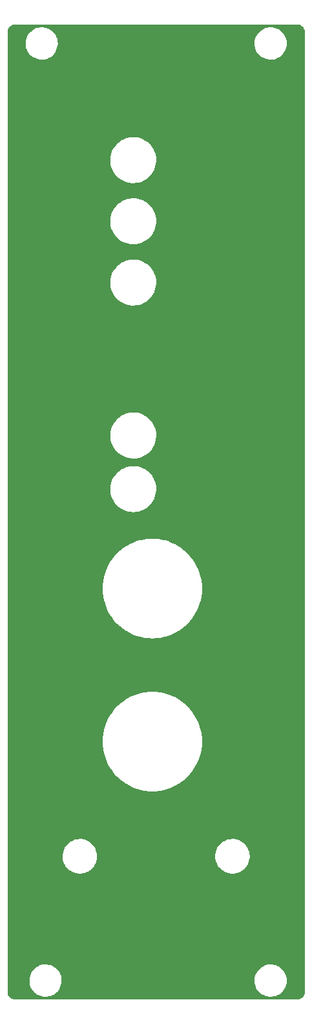
<source format=gbr>
%TF.GenerationSoftware,KiCad,Pcbnew,(5.99.0-9568-gb9d26a55f2)*%
%TF.CreationDate,2021-03-16T11:30:57+01:00*%
%TF.ProjectId,Powerboard 1 Front,506f7765-7262-46f6-9172-642031204672,rev?*%
%TF.SameCoordinates,Original*%
%TF.FileFunction,Copper,L1,Top*%
%TF.FilePolarity,Positive*%
%FSLAX46Y46*%
G04 Gerber Fmt 4.6, Leading zero omitted, Abs format (unit mm)*
G04 Created by KiCad (PCBNEW (5.99.0-9568-gb9d26a55f2)) date 2021-03-16 11:30:57*
%MOMM*%
%LPD*%
G01*
G04 APERTURE LIST*
G04 APERTURE END LIST*
%TA.AperFunction,NonConductor*%
G36*
X58498163Y-20508607D02*
G01*
X58674740Y-20525999D01*
X58698957Y-20530815D01*
X58862809Y-20580518D01*
X58885629Y-20589971D01*
X59036631Y-20670683D01*
X59057158Y-20684399D01*
X59189521Y-20793026D01*
X59206974Y-20810479D01*
X59315601Y-20942842D01*
X59329317Y-20963369D01*
X59356190Y-21013644D01*
X59410029Y-21114371D01*
X59419482Y-21137190D01*
X59469185Y-21301043D01*
X59474001Y-21325260D01*
X59485495Y-21441950D01*
X59491393Y-21501837D01*
X59492000Y-21514187D01*
X59492000Y-146985813D01*
X59491393Y-146998163D01*
X59475927Y-147155196D01*
X59474002Y-147174737D01*
X59469185Y-147198957D01*
X59465309Y-147211736D01*
X59419482Y-147362809D01*
X59410029Y-147385629D01*
X59329319Y-147536628D01*
X59315601Y-147557158D01*
X59206974Y-147689521D01*
X59189521Y-147706974D01*
X59057158Y-147815601D01*
X59036631Y-147829317D01*
X58944417Y-147878607D01*
X58885629Y-147910029D01*
X58862810Y-147919482D01*
X58698957Y-147969185D01*
X58674740Y-147974001D01*
X58498163Y-147991393D01*
X58485813Y-147992000D01*
X21514187Y-147992000D01*
X21501837Y-147991393D01*
X21325260Y-147974001D01*
X21301043Y-147969185D01*
X21137190Y-147919482D01*
X21114371Y-147910029D01*
X21055583Y-147878607D01*
X20963369Y-147829317D01*
X20942842Y-147815601D01*
X20810479Y-147706974D01*
X20793026Y-147689521D01*
X20684399Y-147557158D01*
X20670681Y-147536628D01*
X20589971Y-147385629D01*
X20580518Y-147362809D01*
X20534691Y-147211736D01*
X20530815Y-147198957D01*
X20525998Y-147174737D01*
X20524074Y-147155196D01*
X20508607Y-146998163D01*
X20508000Y-146985813D01*
X20508000Y-145477873D01*
X23387116Y-145477873D01*
X23394235Y-145601331D01*
X23403662Y-145764829D01*
X23458999Y-146046885D01*
X23460386Y-146050936D01*
X23460387Y-146050940D01*
X23550714Y-146314765D01*
X23550718Y-146314774D01*
X23552103Y-146318820D01*
X23681252Y-146575605D01*
X23683678Y-146579134D01*
X23683681Y-146579140D01*
X23841625Y-146808948D01*
X23844056Y-146812485D01*
X24037501Y-147025079D01*
X24123666Y-147097124D01*
X24254718Y-147206701D01*
X24254723Y-147206705D01*
X24258010Y-147209453D01*
X24314632Y-147244972D01*
X24497860Y-147359911D01*
X24497864Y-147359913D01*
X24501500Y-147362194D01*
X24568928Y-147392639D01*
X24759555Y-147478711D01*
X24759559Y-147478713D01*
X24763467Y-147480477D01*
X24767587Y-147481697D01*
X24767586Y-147481697D01*
X25034950Y-147560894D01*
X25034954Y-147560895D01*
X25039063Y-147562112D01*
X25043297Y-147562760D01*
X25043302Y-147562761D01*
X25318947Y-147604940D01*
X25318949Y-147604940D01*
X25323189Y-147605589D01*
X25469499Y-147607888D01*
X25606295Y-147610037D01*
X25606301Y-147610037D01*
X25610586Y-147610104D01*
X25895937Y-147575573D01*
X26173961Y-147502635D01*
X26177921Y-147500995D01*
X26177926Y-147500993D01*
X26306738Y-147447637D01*
X26439514Y-147392639D01*
X26687682Y-147247621D01*
X26913873Y-147070265D01*
X26957662Y-147025079D01*
X27110918Y-146866930D01*
X27113901Y-146863852D01*
X27116434Y-146860404D01*
X27116438Y-146860399D01*
X27281527Y-146635657D01*
X27284065Y-146632202D01*
X27316875Y-146571774D01*
X27419166Y-146383377D01*
X27419167Y-146383375D01*
X27421216Y-146379601D01*
X27522816Y-146110724D01*
X27586985Y-145830546D01*
X27597470Y-145713075D01*
X27612317Y-145546716D01*
X27612537Y-145544251D01*
X27613000Y-145500000D01*
X27611492Y-145477873D01*
X52887116Y-145477873D01*
X52894235Y-145601331D01*
X52903662Y-145764829D01*
X52958999Y-146046885D01*
X52960386Y-146050936D01*
X52960387Y-146050940D01*
X53050714Y-146314765D01*
X53050718Y-146314774D01*
X53052103Y-146318820D01*
X53181252Y-146575605D01*
X53183678Y-146579134D01*
X53183681Y-146579140D01*
X53341625Y-146808948D01*
X53344056Y-146812485D01*
X53537501Y-147025079D01*
X53623666Y-147097124D01*
X53754718Y-147206701D01*
X53754723Y-147206705D01*
X53758010Y-147209453D01*
X53814632Y-147244972D01*
X53997860Y-147359911D01*
X53997864Y-147359913D01*
X54001500Y-147362194D01*
X54068928Y-147392639D01*
X54259555Y-147478711D01*
X54259559Y-147478713D01*
X54263467Y-147480477D01*
X54267587Y-147481697D01*
X54267586Y-147481697D01*
X54534950Y-147560894D01*
X54534954Y-147560895D01*
X54539063Y-147562112D01*
X54543297Y-147562760D01*
X54543302Y-147562761D01*
X54818947Y-147604940D01*
X54818949Y-147604940D01*
X54823189Y-147605589D01*
X54969499Y-147607888D01*
X55106295Y-147610037D01*
X55106301Y-147610037D01*
X55110586Y-147610104D01*
X55395937Y-147575573D01*
X55673961Y-147502635D01*
X55677921Y-147500995D01*
X55677926Y-147500993D01*
X55806738Y-147447637D01*
X55939514Y-147392639D01*
X56187682Y-147247621D01*
X56413873Y-147070265D01*
X56457662Y-147025079D01*
X56610918Y-146866930D01*
X56613901Y-146863852D01*
X56616434Y-146860404D01*
X56616438Y-146860399D01*
X56781527Y-146635657D01*
X56784065Y-146632202D01*
X56816875Y-146571774D01*
X56919166Y-146383377D01*
X56919167Y-146383375D01*
X56921216Y-146379601D01*
X57022816Y-146110724D01*
X57086985Y-145830546D01*
X57097470Y-145713075D01*
X57112317Y-145546716D01*
X57112537Y-145544251D01*
X57113000Y-145500000D01*
X57111492Y-145477873D01*
X57093742Y-145217510D01*
X57093741Y-145217504D01*
X57093450Y-145213233D01*
X57035163Y-144931772D01*
X56939216Y-144660827D01*
X56881505Y-144549014D01*
X56809350Y-144409216D01*
X56809350Y-144409215D01*
X56807385Y-144405409D01*
X56642109Y-144170246D01*
X56446448Y-143959689D01*
X56224021Y-143777635D01*
X56173659Y-143746773D01*
X55982595Y-143629688D01*
X55982587Y-143629684D01*
X55978945Y-143627452D01*
X55975028Y-143625733D01*
X55975025Y-143625731D01*
X55859089Y-143574839D01*
X55715753Y-143511919D01*
X55711625Y-143510743D01*
X55711622Y-143510742D01*
X55443445Y-143434350D01*
X55443446Y-143434350D01*
X55439317Y-143433174D01*
X55227073Y-143402968D01*
X55159004Y-143393280D01*
X55159002Y-143393280D01*
X55154752Y-143392675D01*
X55003235Y-143391882D01*
X54871610Y-143391192D01*
X54871604Y-143391192D01*
X54867324Y-143391170D01*
X54863080Y-143391729D01*
X54863076Y-143391729D01*
X54738051Y-143408189D01*
X54582350Y-143428687D01*
X54578210Y-143429820D01*
X54578208Y-143429820D01*
X54309250Y-143503399D01*
X54305105Y-143504533D01*
X54040718Y-143617303D01*
X53891841Y-143706404D01*
X53797764Y-143762708D01*
X53797760Y-143762711D01*
X53794082Y-143764912D01*
X53569761Y-143944627D01*
X53371906Y-144153123D01*
X53204177Y-144386542D01*
X53069678Y-144640565D01*
X52970899Y-144910492D01*
X52969986Y-144914678D01*
X52969986Y-144914679D01*
X52910581Y-145187137D01*
X52910580Y-145187145D01*
X52909668Y-145191327D01*
X52887116Y-145477873D01*
X27611492Y-145477873D01*
X27593742Y-145217510D01*
X27593741Y-145217504D01*
X27593450Y-145213233D01*
X27535163Y-144931772D01*
X27439216Y-144660827D01*
X27381505Y-144549014D01*
X27309350Y-144409216D01*
X27309350Y-144409215D01*
X27307385Y-144405409D01*
X27142109Y-144170246D01*
X26946448Y-143959689D01*
X26724021Y-143777635D01*
X26673659Y-143746773D01*
X26482595Y-143629688D01*
X26482587Y-143629684D01*
X26478945Y-143627452D01*
X26475028Y-143625733D01*
X26475025Y-143625731D01*
X26359089Y-143574839D01*
X26215753Y-143511919D01*
X26211625Y-143510743D01*
X26211622Y-143510742D01*
X25943445Y-143434350D01*
X25943446Y-143434350D01*
X25939317Y-143433174D01*
X25727073Y-143402968D01*
X25659004Y-143393280D01*
X25659002Y-143393280D01*
X25654752Y-143392675D01*
X25503235Y-143391882D01*
X25371610Y-143391192D01*
X25371604Y-143391192D01*
X25367324Y-143391170D01*
X25363080Y-143391729D01*
X25363076Y-143391729D01*
X25238051Y-143408189D01*
X25082350Y-143428687D01*
X25078210Y-143429820D01*
X25078208Y-143429820D01*
X24809250Y-143503399D01*
X24805105Y-143504533D01*
X24540718Y-143617303D01*
X24391841Y-143706404D01*
X24297764Y-143762708D01*
X24297760Y-143762711D01*
X24294082Y-143764912D01*
X24069761Y-143944627D01*
X23871906Y-144153123D01*
X23704177Y-144386542D01*
X23569678Y-144640565D01*
X23470899Y-144910492D01*
X23469986Y-144914678D01*
X23469986Y-144914679D01*
X23410581Y-145187137D01*
X23410580Y-145187145D01*
X23409668Y-145191327D01*
X23387116Y-145477873D01*
X20508000Y-145477873D01*
X20508000Y-129344765D01*
X27738985Y-129344765D01*
X27739437Y-129348924D01*
X27739437Y-129348929D01*
X27761004Y-129547451D01*
X27771380Y-129642966D01*
X27842930Y-129934263D01*
X27952376Y-130213539D01*
X28097798Y-130475886D01*
X28100288Y-130479239D01*
X28100292Y-130479245D01*
X28274149Y-130713343D01*
X28274154Y-130713348D01*
X28276639Y-130716695D01*
X28279543Y-130719681D01*
X28279547Y-130719686D01*
X28291203Y-130731672D01*
X28485757Y-130931737D01*
X28489035Y-130934317D01*
X28489040Y-130934321D01*
X28718187Y-131114641D01*
X28721480Y-131117232D01*
X28725086Y-131119364D01*
X28725088Y-131119366D01*
X28736495Y-131126112D01*
X28979664Y-131269922D01*
X29255775Y-131387124D01*
X29259800Y-131388233D01*
X29259801Y-131388233D01*
X29278367Y-131393347D01*
X29544961Y-131466779D01*
X29549106Y-131467347D01*
X29549107Y-131467347D01*
X29571680Y-131470439D01*
X29842141Y-131507487D01*
X29846317Y-131507502D01*
X29846323Y-131507502D01*
X29994689Y-131508019D01*
X30142095Y-131508534D01*
X30439552Y-131469902D01*
X30584419Y-131431085D01*
X30725258Y-131393347D01*
X30725264Y-131393345D01*
X30729287Y-131392267D01*
X30733129Y-131390668D01*
X30733137Y-131390665D01*
X31002351Y-131278602D01*
X31002352Y-131278602D01*
X31006209Y-131276996D01*
X31009818Y-131274895D01*
X31009823Y-131274893D01*
X31261842Y-131128214D01*
X31265454Y-131126112D01*
X31268756Y-131123551D01*
X31268760Y-131123548D01*
X31499148Y-130944840D01*
X31499149Y-130944839D01*
X31502465Y-130942267D01*
X31599805Y-130843559D01*
X31710141Y-130731672D01*
X31710146Y-130731667D01*
X31713080Y-130728691D01*
X31724646Y-130713343D01*
X31891086Y-130492470D01*
X31891088Y-130492466D01*
X31893598Y-130489136D01*
X32019067Y-130266464D01*
X32038797Y-130231449D01*
X32038800Y-130231444D01*
X32040847Y-130227810D01*
X32152241Y-129949305D01*
X32225822Y-129658515D01*
X32227152Y-129647026D01*
X32259970Y-129363381D01*
X32260298Y-129360547D01*
X32260684Y-129344765D01*
X47738985Y-129344765D01*
X47739437Y-129348924D01*
X47739437Y-129348929D01*
X47761004Y-129547451D01*
X47771380Y-129642966D01*
X47842930Y-129934263D01*
X47952376Y-130213539D01*
X48097798Y-130475886D01*
X48100288Y-130479239D01*
X48100292Y-130479245D01*
X48274149Y-130713343D01*
X48274154Y-130713348D01*
X48276639Y-130716695D01*
X48279543Y-130719681D01*
X48279547Y-130719686D01*
X48291203Y-130731672D01*
X48485757Y-130931737D01*
X48489035Y-130934317D01*
X48489040Y-130934321D01*
X48718187Y-131114641D01*
X48721480Y-131117232D01*
X48725086Y-131119364D01*
X48725088Y-131119366D01*
X48736495Y-131126112D01*
X48979664Y-131269922D01*
X49255775Y-131387124D01*
X49259800Y-131388233D01*
X49259801Y-131388233D01*
X49278367Y-131393347D01*
X49544961Y-131466779D01*
X49549106Y-131467347D01*
X49549107Y-131467347D01*
X49571680Y-131470439D01*
X49842141Y-131507487D01*
X49846317Y-131507502D01*
X49846323Y-131507502D01*
X49994689Y-131508019D01*
X50142095Y-131508534D01*
X50439552Y-131469902D01*
X50584419Y-131431085D01*
X50725258Y-131393347D01*
X50725264Y-131393345D01*
X50729287Y-131392267D01*
X50733129Y-131390668D01*
X50733137Y-131390665D01*
X51002351Y-131278602D01*
X51002352Y-131278602D01*
X51006209Y-131276996D01*
X51009818Y-131274895D01*
X51009823Y-131274893D01*
X51261842Y-131128214D01*
X51265454Y-131126112D01*
X51268756Y-131123551D01*
X51268760Y-131123548D01*
X51499148Y-130944840D01*
X51499149Y-130944839D01*
X51502465Y-130942267D01*
X51599805Y-130843559D01*
X51710141Y-130731672D01*
X51710146Y-130731667D01*
X51713080Y-130728691D01*
X51724646Y-130713343D01*
X51891086Y-130492470D01*
X51891088Y-130492466D01*
X51893598Y-130489136D01*
X52019067Y-130266464D01*
X52038797Y-130231449D01*
X52038800Y-130231444D01*
X52040847Y-130227810D01*
X52152241Y-129949305D01*
X52225822Y-129658515D01*
X52227152Y-129647026D01*
X52259970Y-129363381D01*
X52260298Y-129360547D01*
X52263000Y-129250000D01*
X52243121Y-128950704D01*
X52183832Y-128656666D01*
X52086176Y-128373052D01*
X52065663Y-128332087D01*
X51953743Y-128108590D01*
X51953742Y-128108588D01*
X51951868Y-128104846D01*
X51783268Y-127856758D01*
X51583338Y-127633148D01*
X51355590Y-127437945D01*
X51181620Y-127324967D01*
X51107536Y-127276856D01*
X51107531Y-127276853D01*
X51104026Y-127274577D01*
X50833066Y-127145916D01*
X50829083Y-127144637D01*
X50829080Y-127144636D01*
X50622030Y-127078160D01*
X50547469Y-127054221D01*
X50252254Y-127001103D01*
X50086119Y-126993559D01*
X49956777Y-126987685D01*
X49956772Y-126987685D01*
X49952607Y-126987496D01*
X49948459Y-126987859D01*
X49948455Y-126987859D01*
X49699505Y-127009640D01*
X49653793Y-127013639D01*
X49649721Y-127014549D01*
X49649716Y-127014550D01*
X49365140Y-127078160D01*
X49365137Y-127078161D01*
X49361061Y-127079072D01*
X49079555Y-127182647D01*
X49075867Y-127184591D01*
X49075859Y-127184595D01*
X48900871Y-127276856D01*
X48814220Y-127322542D01*
X48569718Y-127496301D01*
X48566662Y-127499151D01*
X48419625Y-127636265D01*
X48350344Y-127700870D01*
X48159953Y-127932656D01*
X48001890Y-128187586D01*
X47878931Y-128461181D01*
X47793237Y-128748636D01*
X47746314Y-129044898D01*
X47739387Y-129328300D01*
X47738985Y-129344765D01*
X32260684Y-129344765D01*
X32263000Y-129250000D01*
X32243121Y-128950704D01*
X32183832Y-128656666D01*
X32086176Y-128373052D01*
X32065663Y-128332087D01*
X31953743Y-128108590D01*
X31953742Y-128108588D01*
X31951868Y-128104846D01*
X31783268Y-127856758D01*
X31583338Y-127633148D01*
X31355590Y-127437945D01*
X31181620Y-127324967D01*
X31107536Y-127276856D01*
X31107531Y-127276853D01*
X31104026Y-127274577D01*
X30833066Y-127145916D01*
X30829083Y-127144637D01*
X30829080Y-127144636D01*
X30622030Y-127078160D01*
X30547469Y-127054221D01*
X30252254Y-127001103D01*
X30086119Y-126993559D01*
X29956777Y-126987685D01*
X29956772Y-126987685D01*
X29952607Y-126987496D01*
X29948459Y-126987859D01*
X29948455Y-126987859D01*
X29699505Y-127009640D01*
X29653793Y-127013639D01*
X29649721Y-127014549D01*
X29649716Y-127014550D01*
X29365140Y-127078160D01*
X29365137Y-127078161D01*
X29361061Y-127079072D01*
X29079555Y-127182647D01*
X29075867Y-127184591D01*
X29075859Y-127184595D01*
X28900871Y-127276856D01*
X28814220Y-127322542D01*
X28569718Y-127496301D01*
X28566662Y-127499151D01*
X28419625Y-127636265D01*
X28350344Y-127700870D01*
X28159953Y-127932656D01*
X28001890Y-128187586D01*
X27878931Y-128461181D01*
X27793237Y-128748636D01*
X27746314Y-129044898D01*
X27739387Y-129328300D01*
X27738985Y-129344765D01*
X20508000Y-129344765D01*
X20508000Y-114250000D01*
X32987000Y-114250000D01*
X33007077Y-114761004D01*
X33067186Y-115268858D01*
X33166955Y-115770430D01*
X33167625Y-115772805D01*
X33167626Y-115772810D01*
X33211667Y-115928967D01*
X33305769Y-116262628D01*
X33482773Y-116742417D01*
X33696875Y-117206840D01*
X33946755Y-117653033D01*
X34230872Y-118078245D01*
X34547476Y-118479855D01*
X34894614Y-118855386D01*
X34896413Y-118857049D01*
X35182452Y-119121461D01*
X35270145Y-119202524D01*
X35272088Y-119204056D01*
X35272093Y-119204060D01*
X35415968Y-119317482D01*
X35671755Y-119519128D01*
X35673816Y-119520505D01*
X35673820Y-119520508D01*
X36010985Y-119745794D01*
X36096967Y-119803245D01*
X36099115Y-119804448D01*
X36099120Y-119804451D01*
X36541011Y-120051922D01*
X36541021Y-120051927D01*
X36543160Y-120053125D01*
X37007583Y-120267227D01*
X37487372Y-120444231D01*
X37821033Y-120538333D01*
X37977190Y-120582374D01*
X37977195Y-120582375D01*
X37979570Y-120583045D01*
X38481142Y-120682814D01*
X38680953Y-120706463D01*
X38986543Y-120742633D01*
X38986551Y-120742634D01*
X38988996Y-120742923D01*
X39500000Y-120763000D01*
X40011004Y-120742923D01*
X40013449Y-120742634D01*
X40013457Y-120742633D01*
X40319047Y-120706463D01*
X40518858Y-120682814D01*
X41020430Y-120583045D01*
X41022805Y-120582375D01*
X41022810Y-120582374D01*
X41178967Y-120538333D01*
X41512628Y-120444231D01*
X41992417Y-120267227D01*
X42456840Y-120053125D01*
X42458979Y-120051927D01*
X42458989Y-120051922D01*
X42900880Y-119804451D01*
X42900885Y-119804448D01*
X42903033Y-119803245D01*
X42989015Y-119745794D01*
X43326180Y-119520508D01*
X43326184Y-119520505D01*
X43328245Y-119519128D01*
X43584032Y-119317482D01*
X43727907Y-119204060D01*
X43727912Y-119204056D01*
X43729855Y-119202524D01*
X43817549Y-119121461D01*
X44103587Y-118857049D01*
X44105386Y-118855386D01*
X44452524Y-118479855D01*
X44769128Y-118078245D01*
X45053245Y-117653033D01*
X45303125Y-117206840D01*
X45517227Y-116742417D01*
X45694231Y-116262628D01*
X45788333Y-115928967D01*
X45832374Y-115772810D01*
X45832375Y-115772805D01*
X45833045Y-115770430D01*
X45932814Y-115268858D01*
X45992923Y-114761004D01*
X46013000Y-114250000D01*
X45992923Y-113738996D01*
X45932814Y-113231142D01*
X45833045Y-112729570D01*
X45813761Y-112661192D01*
X45694904Y-112239760D01*
X45694231Y-112237372D01*
X45517227Y-111757583D01*
X45303125Y-111293160D01*
X45053245Y-110846967D01*
X44769128Y-110421755D01*
X44452524Y-110020145D01*
X44105386Y-109644614D01*
X43937540Y-109489458D01*
X43731675Y-109299158D01*
X43731669Y-109299153D01*
X43729855Y-109297476D01*
X43702824Y-109276166D01*
X43330193Y-108982408D01*
X43328245Y-108980872D01*
X43003444Y-108763847D01*
X42905088Y-108698128D01*
X42905086Y-108698127D01*
X42903033Y-108696755D01*
X42900880Y-108695549D01*
X42458989Y-108448078D01*
X42458979Y-108448073D01*
X42456840Y-108446875D01*
X41992417Y-108232773D01*
X41512628Y-108055769D01*
X41178967Y-107961667D01*
X41022810Y-107917626D01*
X41022805Y-107917625D01*
X41020430Y-107916955D01*
X40518858Y-107817186D01*
X40319047Y-107793537D01*
X40013457Y-107757367D01*
X40013449Y-107757366D01*
X40011004Y-107757077D01*
X39500000Y-107737000D01*
X38988996Y-107757077D01*
X38986551Y-107757366D01*
X38986543Y-107757367D01*
X38680953Y-107793537D01*
X38481142Y-107817186D01*
X37979570Y-107916955D01*
X37977195Y-107917625D01*
X37977190Y-107917626D01*
X37821033Y-107961667D01*
X37487372Y-108055769D01*
X37007583Y-108232773D01*
X36543160Y-108446875D01*
X36541021Y-108448073D01*
X36541011Y-108448078D01*
X36099120Y-108695549D01*
X36096967Y-108696755D01*
X36094914Y-108698127D01*
X36094912Y-108698128D01*
X35996557Y-108763847D01*
X35671755Y-108980872D01*
X35669807Y-108982408D01*
X35297177Y-109276166D01*
X35270145Y-109297476D01*
X35268331Y-109299153D01*
X35268325Y-109299158D01*
X35062460Y-109489458D01*
X34894614Y-109644614D01*
X34547476Y-110020145D01*
X34230872Y-110421755D01*
X33946755Y-110846967D01*
X33696875Y-111293160D01*
X33482773Y-111757583D01*
X33305769Y-112237372D01*
X33305096Y-112239760D01*
X33186240Y-112661192D01*
X33166955Y-112729570D01*
X33067186Y-113231142D01*
X33007077Y-113738996D01*
X32996044Y-114019810D01*
X32987000Y-114250000D01*
X20508000Y-114250000D01*
X20508000Y-94250000D01*
X32987000Y-94250000D01*
X33007077Y-94761004D01*
X33067186Y-95268858D01*
X33166955Y-95770430D01*
X33167625Y-95772805D01*
X33167626Y-95772810D01*
X33211667Y-95928967D01*
X33305769Y-96262628D01*
X33482773Y-96742417D01*
X33696875Y-97206840D01*
X33946755Y-97653033D01*
X34230872Y-98078245D01*
X34547476Y-98479855D01*
X34894614Y-98855386D01*
X34896413Y-98857049D01*
X35182452Y-99121461D01*
X35270145Y-99202524D01*
X35272088Y-99204056D01*
X35272093Y-99204060D01*
X35415968Y-99317482D01*
X35671755Y-99519128D01*
X35673816Y-99520505D01*
X35673820Y-99520508D01*
X36010985Y-99745794D01*
X36096967Y-99803245D01*
X36099115Y-99804448D01*
X36099120Y-99804451D01*
X36541011Y-100051922D01*
X36541021Y-100051927D01*
X36543160Y-100053125D01*
X37007583Y-100267227D01*
X37487372Y-100444231D01*
X37821033Y-100538333D01*
X37977190Y-100582374D01*
X37977195Y-100582375D01*
X37979570Y-100583045D01*
X38481142Y-100682814D01*
X38680953Y-100706463D01*
X38986543Y-100742633D01*
X38986551Y-100742634D01*
X38988996Y-100742923D01*
X39500000Y-100763000D01*
X40011004Y-100742923D01*
X40013449Y-100742634D01*
X40013457Y-100742633D01*
X40319047Y-100706463D01*
X40518858Y-100682814D01*
X41020430Y-100583045D01*
X41022805Y-100582375D01*
X41022810Y-100582374D01*
X41178967Y-100538333D01*
X41512628Y-100444231D01*
X41992417Y-100267227D01*
X42456840Y-100053125D01*
X42458979Y-100051927D01*
X42458989Y-100051922D01*
X42900880Y-99804451D01*
X42900885Y-99804448D01*
X42903033Y-99803245D01*
X42989015Y-99745794D01*
X43326180Y-99520508D01*
X43326184Y-99520505D01*
X43328245Y-99519128D01*
X43584032Y-99317482D01*
X43727907Y-99204060D01*
X43727912Y-99204056D01*
X43729855Y-99202524D01*
X43817549Y-99121461D01*
X44103587Y-98857049D01*
X44105386Y-98855386D01*
X44452524Y-98479855D01*
X44769128Y-98078245D01*
X45053245Y-97653033D01*
X45303125Y-97206840D01*
X45517227Y-96742417D01*
X45694231Y-96262628D01*
X45788333Y-95928967D01*
X45832374Y-95772810D01*
X45832375Y-95772805D01*
X45833045Y-95770430D01*
X45932814Y-95268858D01*
X45992923Y-94761004D01*
X46013000Y-94250000D01*
X45992923Y-93738996D01*
X45932814Y-93231142D01*
X45833045Y-92729570D01*
X45813761Y-92661192D01*
X45694904Y-92239760D01*
X45694231Y-92237372D01*
X45517227Y-91757583D01*
X45303125Y-91293160D01*
X45053245Y-90846967D01*
X44769128Y-90421755D01*
X44452524Y-90020145D01*
X44105386Y-89644614D01*
X43937540Y-89489458D01*
X43731675Y-89299158D01*
X43731669Y-89299153D01*
X43729855Y-89297476D01*
X43702824Y-89276166D01*
X43330193Y-88982408D01*
X43328245Y-88980872D01*
X43003444Y-88763847D01*
X42905088Y-88698128D01*
X42905086Y-88698127D01*
X42903033Y-88696755D01*
X42900880Y-88695549D01*
X42458989Y-88448078D01*
X42458979Y-88448073D01*
X42456840Y-88446875D01*
X41992417Y-88232773D01*
X41512628Y-88055769D01*
X41178967Y-87961667D01*
X41022810Y-87917626D01*
X41022805Y-87917625D01*
X41020430Y-87916955D01*
X40518858Y-87817186D01*
X40319047Y-87793537D01*
X40013457Y-87757367D01*
X40013449Y-87757366D01*
X40011004Y-87757077D01*
X39500000Y-87737000D01*
X38988996Y-87757077D01*
X38986551Y-87757366D01*
X38986543Y-87757367D01*
X38680953Y-87793537D01*
X38481142Y-87817186D01*
X37979570Y-87916955D01*
X37977195Y-87917625D01*
X37977190Y-87917626D01*
X37821033Y-87961667D01*
X37487372Y-88055769D01*
X37007583Y-88232773D01*
X36543160Y-88446875D01*
X36541021Y-88448073D01*
X36541011Y-88448078D01*
X36099120Y-88695549D01*
X36096967Y-88696755D01*
X36094914Y-88698127D01*
X36094912Y-88698128D01*
X35996557Y-88763847D01*
X35671755Y-88980872D01*
X35669807Y-88982408D01*
X35297177Y-89276166D01*
X35270145Y-89297476D01*
X35268331Y-89299153D01*
X35268325Y-89299158D01*
X35062460Y-89489458D01*
X34894614Y-89644614D01*
X34547476Y-90020145D01*
X34230872Y-90421755D01*
X33946755Y-90846967D01*
X33696875Y-91293160D01*
X33482773Y-91757583D01*
X33305769Y-92237372D01*
X33305096Y-92239760D01*
X33186240Y-92661192D01*
X33166955Y-92729570D01*
X33067186Y-93231142D01*
X33007077Y-93738996D01*
X32996044Y-94019810D01*
X32987000Y-94250000D01*
X20508000Y-94250000D01*
X20508000Y-81155359D01*
X33988487Y-81155359D01*
X33988582Y-81158988D01*
X33988582Y-81158990D01*
X33989323Y-81187271D01*
X33989323Y-81187273D01*
X33995846Y-81436377D01*
X33997567Y-81502121D01*
X34046443Y-81845542D01*
X34134467Y-82181068D01*
X34260472Y-82504254D01*
X34422787Y-82810815D01*
X34424837Y-82813798D01*
X34424839Y-82813801D01*
X34617206Y-83093697D01*
X34617212Y-83093704D01*
X34619263Y-83096689D01*
X34847294Y-83358086D01*
X35103858Y-83591541D01*
X35385554Y-83793960D01*
X35688649Y-83962660D01*
X36009125Y-84095406D01*
X36012619Y-84096401D01*
X36012621Y-84096402D01*
X36339233Y-84189440D01*
X36339238Y-84189441D01*
X36342734Y-84190437D01*
X36539411Y-84222644D01*
X36681475Y-84245908D01*
X36681482Y-84245909D01*
X36685056Y-84246494D01*
X36858304Y-84254665D01*
X37027924Y-84262664D01*
X37027925Y-84262664D01*
X37031551Y-84262835D01*
X37043033Y-84262052D01*
X37373998Y-84239490D01*
X37374006Y-84239489D01*
X37377629Y-84239242D01*
X37381205Y-84238579D01*
X37381207Y-84238579D01*
X37715136Y-84176689D01*
X37715140Y-84176688D01*
X37718701Y-84176028D01*
X38050248Y-84074031D01*
X38367873Y-83934603D01*
X38667369Y-83759592D01*
X38670278Y-83757408D01*
X38941857Y-83553500D01*
X38941861Y-83553497D01*
X38944764Y-83551317D01*
X39196382Y-83312540D01*
X39418889Y-83046426D01*
X39420877Y-83043400D01*
X39607348Y-82759526D01*
X39607353Y-82759517D01*
X39609335Y-82756500D01*
X39737903Y-82500872D01*
X39763568Y-82449843D01*
X39763571Y-82449835D01*
X39765195Y-82446607D01*
X39861133Y-82184445D01*
X39883156Y-82124264D01*
X39883157Y-82124260D01*
X39884404Y-82120853D01*
X39965381Y-81783556D01*
X39969849Y-81746634D01*
X40006717Y-81441985D01*
X40006718Y-81441974D01*
X40007055Y-81439188D01*
X40013000Y-81250000D01*
X40009383Y-81187271D01*
X39993241Y-80907314D01*
X39993240Y-80907309D01*
X39993032Y-80903694D01*
X39933393Y-80561979D01*
X39907255Y-80473736D01*
X39835906Y-80232868D01*
X39834874Y-80229383D01*
X39791426Y-80127519D01*
X39700202Y-79913648D01*
X39698780Y-79910314D01*
X39526914Y-79609003D01*
X39481573Y-79547278D01*
X39323696Y-79332355D01*
X39323694Y-79332353D01*
X39321556Y-79329442D01*
X39085427Y-79075336D01*
X39082667Y-79072979D01*
X39082661Y-79072973D01*
X38824413Y-78852409D01*
X38821657Y-78850055D01*
X38533742Y-78656584D01*
X38530533Y-78654928D01*
X38530525Y-78654923D01*
X38228718Y-78499150D01*
X38228719Y-78499150D01*
X38225498Y-78497488D01*
X37901010Y-78374874D01*
X37897489Y-78373990D01*
X37897484Y-78373988D01*
X37568096Y-78291252D01*
X37568093Y-78291252D01*
X37564580Y-78290369D01*
X37415484Y-78270740D01*
X37224269Y-78245565D01*
X37224265Y-78245565D01*
X37220667Y-78245091D01*
X37097244Y-78243152D01*
X36877471Y-78239700D01*
X36877467Y-78239700D01*
X36873829Y-78239643D01*
X36870215Y-78240004D01*
X36870209Y-78240004D01*
X36626527Y-78264327D01*
X36528663Y-78274095D01*
X36189745Y-78347991D01*
X36186318Y-78349164D01*
X36186312Y-78349166D01*
X35864997Y-78459177D01*
X35864992Y-78459179D01*
X35861566Y-78460352D01*
X35858298Y-78461911D01*
X35858290Y-78461914D01*
X35780224Y-78499150D01*
X35548476Y-78609688D01*
X35254626Y-78794020D01*
X35251792Y-78796290D01*
X35251787Y-78796294D01*
X35081953Y-78932357D01*
X34983909Y-79010905D01*
X34739915Y-79257467D01*
X34737674Y-79260325D01*
X34594392Y-79443060D01*
X34525877Y-79530440D01*
X34344633Y-79826205D01*
X34343106Y-79829495D01*
X34343101Y-79829504D01*
X34304043Y-79913648D01*
X34198583Y-80140841D01*
X34089665Y-80470178D01*
X34019322Y-80809852D01*
X34018999Y-80813474D01*
X34018998Y-80813479D01*
X33988810Y-81151737D01*
X33988487Y-81155359D01*
X20508000Y-81155359D01*
X20508000Y-74155359D01*
X33988487Y-74155359D01*
X33988582Y-74158988D01*
X33988582Y-74158990D01*
X33989323Y-74187271D01*
X33989323Y-74187273D01*
X33995846Y-74436377D01*
X33997567Y-74502121D01*
X34046443Y-74845542D01*
X34134467Y-75181068D01*
X34260472Y-75504254D01*
X34422787Y-75810815D01*
X34424837Y-75813798D01*
X34424839Y-75813801D01*
X34617206Y-76093697D01*
X34617212Y-76093704D01*
X34619263Y-76096689D01*
X34847294Y-76358086D01*
X35103858Y-76591541D01*
X35385554Y-76793960D01*
X35688649Y-76962660D01*
X36009125Y-77095406D01*
X36012619Y-77096401D01*
X36012621Y-77096402D01*
X36339233Y-77189440D01*
X36339238Y-77189441D01*
X36342734Y-77190437D01*
X36539411Y-77222644D01*
X36681475Y-77245908D01*
X36681482Y-77245909D01*
X36685056Y-77246494D01*
X36858304Y-77254665D01*
X37027924Y-77262664D01*
X37027925Y-77262664D01*
X37031551Y-77262835D01*
X37043033Y-77262052D01*
X37373998Y-77239490D01*
X37374006Y-77239489D01*
X37377629Y-77239242D01*
X37381205Y-77238579D01*
X37381207Y-77238579D01*
X37715136Y-77176689D01*
X37715140Y-77176688D01*
X37718701Y-77176028D01*
X38050248Y-77074031D01*
X38367873Y-76934603D01*
X38667369Y-76759592D01*
X38670278Y-76757408D01*
X38941857Y-76553500D01*
X38941861Y-76553497D01*
X38944764Y-76551317D01*
X39196382Y-76312540D01*
X39418889Y-76046426D01*
X39420877Y-76043400D01*
X39607348Y-75759526D01*
X39607353Y-75759517D01*
X39609335Y-75756500D01*
X39737903Y-75500872D01*
X39763568Y-75449843D01*
X39763571Y-75449835D01*
X39765195Y-75446607D01*
X39861133Y-75184445D01*
X39883156Y-75124264D01*
X39883157Y-75124260D01*
X39884404Y-75120853D01*
X39965381Y-74783556D01*
X39969849Y-74746634D01*
X40006717Y-74441985D01*
X40006718Y-74441974D01*
X40007055Y-74439188D01*
X40013000Y-74250000D01*
X40009383Y-74187271D01*
X39993241Y-73907314D01*
X39993240Y-73907309D01*
X39993032Y-73903694D01*
X39933393Y-73561979D01*
X39907255Y-73473736D01*
X39835906Y-73232868D01*
X39834874Y-73229383D01*
X39791426Y-73127519D01*
X39700202Y-72913648D01*
X39698780Y-72910314D01*
X39526914Y-72609003D01*
X39481573Y-72547278D01*
X39323696Y-72332355D01*
X39323694Y-72332353D01*
X39321556Y-72329442D01*
X39085427Y-72075336D01*
X39082667Y-72072979D01*
X39082661Y-72072973D01*
X38824413Y-71852409D01*
X38821657Y-71850055D01*
X38533742Y-71656584D01*
X38530533Y-71654928D01*
X38530525Y-71654923D01*
X38228718Y-71499150D01*
X38228719Y-71499150D01*
X38225498Y-71497488D01*
X37901010Y-71374874D01*
X37897489Y-71373990D01*
X37897484Y-71373988D01*
X37568096Y-71291252D01*
X37568093Y-71291252D01*
X37564580Y-71290369D01*
X37415484Y-71270740D01*
X37224269Y-71245565D01*
X37224265Y-71245565D01*
X37220667Y-71245091D01*
X37097244Y-71243152D01*
X36877471Y-71239700D01*
X36877467Y-71239700D01*
X36873829Y-71239643D01*
X36870215Y-71240004D01*
X36870209Y-71240004D01*
X36626527Y-71264327D01*
X36528663Y-71274095D01*
X36189745Y-71347991D01*
X36186318Y-71349164D01*
X36186312Y-71349166D01*
X35864997Y-71459177D01*
X35864992Y-71459179D01*
X35861566Y-71460352D01*
X35858298Y-71461911D01*
X35858290Y-71461914D01*
X35780224Y-71499150D01*
X35548476Y-71609688D01*
X35254626Y-71794020D01*
X35251792Y-71796290D01*
X35251787Y-71796294D01*
X35081953Y-71932357D01*
X34983909Y-72010905D01*
X34739915Y-72257467D01*
X34737674Y-72260325D01*
X34594392Y-72443060D01*
X34525877Y-72530440D01*
X34344633Y-72826205D01*
X34343106Y-72829495D01*
X34343101Y-72829504D01*
X34304043Y-72913648D01*
X34198583Y-73140841D01*
X34089665Y-73470178D01*
X34019322Y-73809852D01*
X34018999Y-73813474D01*
X34018998Y-73813479D01*
X33988810Y-74151737D01*
X33988487Y-74155359D01*
X20508000Y-74155359D01*
X20508000Y-54155359D01*
X33988487Y-54155359D01*
X33988582Y-54158988D01*
X33988582Y-54158990D01*
X33989323Y-54187271D01*
X33989323Y-54187273D01*
X33995846Y-54436377D01*
X33997567Y-54502121D01*
X34046443Y-54845542D01*
X34134467Y-55181068D01*
X34260472Y-55504254D01*
X34422787Y-55810815D01*
X34424837Y-55813798D01*
X34424839Y-55813801D01*
X34617206Y-56093697D01*
X34617212Y-56093704D01*
X34619263Y-56096689D01*
X34847294Y-56358086D01*
X35103858Y-56591541D01*
X35385554Y-56793960D01*
X35688649Y-56962660D01*
X36009125Y-57095406D01*
X36012619Y-57096401D01*
X36012621Y-57096402D01*
X36339233Y-57189440D01*
X36339238Y-57189441D01*
X36342734Y-57190437D01*
X36539411Y-57222644D01*
X36681475Y-57245908D01*
X36681482Y-57245909D01*
X36685056Y-57246494D01*
X36858304Y-57254665D01*
X37027924Y-57262664D01*
X37027925Y-57262664D01*
X37031551Y-57262835D01*
X37043033Y-57262052D01*
X37373998Y-57239490D01*
X37374006Y-57239489D01*
X37377629Y-57239242D01*
X37381205Y-57238579D01*
X37381207Y-57238579D01*
X37715136Y-57176689D01*
X37715140Y-57176688D01*
X37718701Y-57176028D01*
X38050248Y-57074031D01*
X38367873Y-56934603D01*
X38667369Y-56759592D01*
X38670278Y-56757408D01*
X38941857Y-56553500D01*
X38941861Y-56553497D01*
X38944764Y-56551317D01*
X39196382Y-56312540D01*
X39418889Y-56046426D01*
X39420877Y-56043400D01*
X39607348Y-55759526D01*
X39607353Y-55759517D01*
X39609335Y-55756500D01*
X39737903Y-55500872D01*
X39763568Y-55449843D01*
X39763571Y-55449835D01*
X39765195Y-55446607D01*
X39861133Y-55184445D01*
X39883156Y-55124264D01*
X39883157Y-55124260D01*
X39884404Y-55120853D01*
X39965381Y-54783556D01*
X39969849Y-54746634D01*
X40006717Y-54441985D01*
X40006718Y-54441974D01*
X40007055Y-54439188D01*
X40013000Y-54250000D01*
X40009383Y-54187271D01*
X39993241Y-53907314D01*
X39993240Y-53907309D01*
X39993032Y-53903694D01*
X39933393Y-53561979D01*
X39907255Y-53473736D01*
X39835906Y-53232868D01*
X39834874Y-53229383D01*
X39791426Y-53127519D01*
X39700202Y-52913648D01*
X39698780Y-52910314D01*
X39526914Y-52609003D01*
X39481573Y-52547278D01*
X39323696Y-52332355D01*
X39323694Y-52332353D01*
X39321556Y-52329442D01*
X39085427Y-52075336D01*
X39082667Y-52072979D01*
X39082661Y-52072973D01*
X38824413Y-51852409D01*
X38821657Y-51850055D01*
X38533742Y-51656584D01*
X38530533Y-51654928D01*
X38530525Y-51654923D01*
X38228718Y-51499150D01*
X38228719Y-51499150D01*
X38225498Y-51497488D01*
X37901010Y-51374874D01*
X37897489Y-51373990D01*
X37897484Y-51373988D01*
X37568096Y-51291252D01*
X37568093Y-51291252D01*
X37564580Y-51290369D01*
X37415484Y-51270740D01*
X37224269Y-51245565D01*
X37224265Y-51245565D01*
X37220667Y-51245091D01*
X37097244Y-51243152D01*
X36877471Y-51239700D01*
X36877467Y-51239700D01*
X36873829Y-51239643D01*
X36870215Y-51240004D01*
X36870209Y-51240004D01*
X36626527Y-51264327D01*
X36528663Y-51274095D01*
X36189745Y-51347991D01*
X36186318Y-51349164D01*
X36186312Y-51349166D01*
X35864997Y-51459177D01*
X35864992Y-51459179D01*
X35861566Y-51460352D01*
X35858298Y-51461911D01*
X35858290Y-51461914D01*
X35780224Y-51499150D01*
X35548476Y-51609688D01*
X35254626Y-51794020D01*
X35251792Y-51796290D01*
X35251787Y-51796294D01*
X35081953Y-51932357D01*
X34983909Y-52010905D01*
X34739915Y-52257467D01*
X34737674Y-52260325D01*
X34594392Y-52443060D01*
X34525877Y-52530440D01*
X34344633Y-52826205D01*
X34343106Y-52829495D01*
X34343101Y-52829504D01*
X34304043Y-52913648D01*
X34198583Y-53140841D01*
X34089665Y-53470178D01*
X34019322Y-53809852D01*
X34018999Y-53813474D01*
X34018998Y-53813479D01*
X33988810Y-54151737D01*
X33988487Y-54155359D01*
X20508000Y-54155359D01*
X20508000Y-46155359D01*
X33988487Y-46155359D01*
X33988582Y-46158988D01*
X33988582Y-46158990D01*
X33989323Y-46187271D01*
X33989323Y-46187273D01*
X33995846Y-46436377D01*
X33997567Y-46502121D01*
X34046443Y-46845542D01*
X34134467Y-47181068D01*
X34260472Y-47504254D01*
X34422787Y-47810815D01*
X34424837Y-47813798D01*
X34424839Y-47813801D01*
X34617206Y-48093697D01*
X34617212Y-48093704D01*
X34619263Y-48096689D01*
X34847294Y-48358086D01*
X35103858Y-48591541D01*
X35385554Y-48793960D01*
X35688649Y-48962660D01*
X36009125Y-49095406D01*
X36012619Y-49096401D01*
X36012621Y-49096402D01*
X36339233Y-49189440D01*
X36339238Y-49189441D01*
X36342734Y-49190437D01*
X36539411Y-49222644D01*
X36681475Y-49245908D01*
X36681482Y-49245909D01*
X36685056Y-49246494D01*
X36858303Y-49254664D01*
X37027924Y-49262664D01*
X37027925Y-49262664D01*
X37031551Y-49262835D01*
X37043033Y-49262052D01*
X37373998Y-49239490D01*
X37374006Y-49239489D01*
X37377629Y-49239242D01*
X37381205Y-49238579D01*
X37381207Y-49238579D01*
X37715136Y-49176689D01*
X37715140Y-49176688D01*
X37718701Y-49176028D01*
X38050248Y-49074031D01*
X38367873Y-48934603D01*
X38667369Y-48759592D01*
X38670278Y-48757408D01*
X38941857Y-48553500D01*
X38941861Y-48553497D01*
X38944764Y-48551317D01*
X39196382Y-48312540D01*
X39418889Y-48046426D01*
X39420877Y-48043400D01*
X39607348Y-47759526D01*
X39607353Y-47759517D01*
X39609335Y-47756500D01*
X39737903Y-47500872D01*
X39763568Y-47449843D01*
X39763571Y-47449835D01*
X39765195Y-47446607D01*
X39861133Y-47184445D01*
X39883156Y-47124264D01*
X39883157Y-47124260D01*
X39884404Y-47120853D01*
X39965381Y-46783556D01*
X39969849Y-46746634D01*
X40006717Y-46441985D01*
X40006718Y-46441974D01*
X40007055Y-46439188D01*
X40013000Y-46250000D01*
X40009383Y-46187271D01*
X39993241Y-45907314D01*
X39993240Y-45907309D01*
X39993032Y-45903694D01*
X39933393Y-45561979D01*
X39907255Y-45473736D01*
X39835906Y-45232868D01*
X39834874Y-45229383D01*
X39791426Y-45127519D01*
X39700202Y-44913648D01*
X39698780Y-44910314D01*
X39526914Y-44609003D01*
X39481573Y-44547278D01*
X39323696Y-44332355D01*
X39323694Y-44332353D01*
X39321556Y-44329442D01*
X39085427Y-44075336D01*
X39082667Y-44072979D01*
X39082661Y-44072973D01*
X38824413Y-43852409D01*
X38821657Y-43850055D01*
X38533742Y-43656584D01*
X38530533Y-43654928D01*
X38530525Y-43654923D01*
X38228718Y-43499150D01*
X38228719Y-43499150D01*
X38225498Y-43497488D01*
X37901010Y-43374874D01*
X37897489Y-43373990D01*
X37897484Y-43373988D01*
X37568096Y-43291252D01*
X37568093Y-43291252D01*
X37564580Y-43290369D01*
X37415484Y-43270740D01*
X37224269Y-43245565D01*
X37224265Y-43245565D01*
X37220667Y-43245091D01*
X37097244Y-43243152D01*
X36877471Y-43239700D01*
X36877467Y-43239700D01*
X36873829Y-43239643D01*
X36870215Y-43240004D01*
X36870209Y-43240004D01*
X36626527Y-43264327D01*
X36528663Y-43274095D01*
X36189745Y-43347991D01*
X36186318Y-43349164D01*
X36186312Y-43349166D01*
X35864997Y-43459177D01*
X35864992Y-43459179D01*
X35861566Y-43460352D01*
X35858298Y-43461911D01*
X35858290Y-43461914D01*
X35780224Y-43499150D01*
X35548476Y-43609688D01*
X35254626Y-43794020D01*
X35251792Y-43796290D01*
X35251787Y-43796294D01*
X35081953Y-43932357D01*
X34983909Y-44010905D01*
X34739915Y-44257467D01*
X34737674Y-44260325D01*
X34594392Y-44443060D01*
X34525877Y-44530440D01*
X34344633Y-44826205D01*
X34343106Y-44829495D01*
X34343101Y-44829504D01*
X34304043Y-44913648D01*
X34198583Y-45140841D01*
X34089665Y-45470178D01*
X34019322Y-45809852D01*
X34018999Y-45813474D01*
X34018998Y-45813479D01*
X33988810Y-46151737D01*
X33988487Y-46155359D01*
X20508000Y-46155359D01*
X20508000Y-38155359D01*
X33988487Y-38155359D01*
X33988582Y-38158988D01*
X33988582Y-38158990D01*
X33989323Y-38187271D01*
X33989323Y-38187273D01*
X33995846Y-38436377D01*
X33997567Y-38502121D01*
X34046443Y-38845542D01*
X34134467Y-39181068D01*
X34260472Y-39504254D01*
X34422787Y-39810815D01*
X34424837Y-39813798D01*
X34424839Y-39813801D01*
X34617206Y-40093697D01*
X34617212Y-40093704D01*
X34619263Y-40096689D01*
X34847294Y-40358086D01*
X35103858Y-40591541D01*
X35385554Y-40793960D01*
X35688649Y-40962660D01*
X36009125Y-41095406D01*
X36012619Y-41096401D01*
X36012621Y-41096402D01*
X36339233Y-41189440D01*
X36339238Y-41189441D01*
X36342734Y-41190437D01*
X36539411Y-41222644D01*
X36681475Y-41245908D01*
X36681482Y-41245909D01*
X36685056Y-41246494D01*
X36858303Y-41254664D01*
X37027924Y-41262664D01*
X37027925Y-41262664D01*
X37031551Y-41262835D01*
X37043033Y-41262052D01*
X37373998Y-41239490D01*
X37374006Y-41239489D01*
X37377629Y-41239242D01*
X37381205Y-41238579D01*
X37381207Y-41238579D01*
X37715136Y-41176689D01*
X37715140Y-41176688D01*
X37718701Y-41176028D01*
X38050248Y-41074031D01*
X38367873Y-40934603D01*
X38667369Y-40759592D01*
X38670278Y-40757408D01*
X38941857Y-40553500D01*
X38941861Y-40553497D01*
X38944764Y-40551317D01*
X39196382Y-40312540D01*
X39418889Y-40046426D01*
X39420877Y-40043400D01*
X39607348Y-39759526D01*
X39607353Y-39759517D01*
X39609335Y-39756500D01*
X39737903Y-39500872D01*
X39763568Y-39449843D01*
X39763571Y-39449835D01*
X39765195Y-39446607D01*
X39861133Y-39184445D01*
X39883156Y-39124264D01*
X39883157Y-39124260D01*
X39884404Y-39120853D01*
X39965381Y-38783556D01*
X39969849Y-38746634D01*
X40006717Y-38441985D01*
X40006718Y-38441974D01*
X40007055Y-38439188D01*
X40013000Y-38250000D01*
X40009383Y-38187271D01*
X39993241Y-37907314D01*
X39993240Y-37907309D01*
X39993032Y-37903694D01*
X39933393Y-37561979D01*
X39907255Y-37473736D01*
X39835906Y-37232868D01*
X39834874Y-37229383D01*
X39791426Y-37127519D01*
X39700202Y-36913648D01*
X39698780Y-36910314D01*
X39526914Y-36609003D01*
X39481573Y-36547278D01*
X39323696Y-36332355D01*
X39323694Y-36332353D01*
X39321556Y-36329442D01*
X39085427Y-36075336D01*
X39082667Y-36072979D01*
X39082661Y-36072973D01*
X38824413Y-35852409D01*
X38821657Y-35850055D01*
X38533742Y-35656584D01*
X38530533Y-35654928D01*
X38530525Y-35654923D01*
X38228718Y-35499150D01*
X38228719Y-35499150D01*
X38225498Y-35497488D01*
X37901010Y-35374874D01*
X37897489Y-35373990D01*
X37897484Y-35373988D01*
X37568096Y-35291252D01*
X37568093Y-35291252D01*
X37564580Y-35290369D01*
X37415484Y-35270740D01*
X37224269Y-35245565D01*
X37224265Y-35245565D01*
X37220667Y-35245091D01*
X37097244Y-35243152D01*
X36877471Y-35239700D01*
X36877467Y-35239700D01*
X36873829Y-35239643D01*
X36870215Y-35240004D01*
X36870209Y-35240004D01*
X36626527Y-35264327D01*
X36528663Y-35274095D01*
X36189745Y-35347991D01*
X36186318Y-35349164D01*
X36186312Y-35349166D01*
X35864997Y-35459177D01*
X35864992Y-35459179D01*
X35861566Y-35460352D01*
X35858298Y-35461911D01*
X35858290Y-35461914D01*
X35780224Y-35499150D01*
X35548476Y-35609688D01*
X35254626Y-35794020D01*
X35251792Y-35796290D01*
X35251787Y-35796294D01*
X35081953Y-35932357D01*
X34983909Y-36010905D01*
X34739915Y-36257467D01*
X34737674Y-36260325D01*
X34594392Y-36443060D01*
X34525877Y-36530440D01*
X34344633Y-36826205D01*
X34343106Y-36829495D01*
X34343101Y-36829504D01*
X34304043Y-36913648D01*
X34198583Y-37140841D01*
X34089665Y-37470178D01*
X34019322Y-37809852D01*
X34018999Y-37813474D01*
X34018998Y-37813479D01*
X33988810Y-38151737D01*
X33988487Y-38155359D01*
X20508000Y-38155359D01*
X20508000Y-22977873D01*
X22887116Y-22977873D01*
X22894235Y-23101331D01*
X22903662Y-23264829D01*
X22958999Y-23546885D01*
X22960386Y-23550936D01*
X22960387Y-23550940D01*
X23050714Y-23814765D01*
X23050718Y-23814774D01*
X23052103Y-23818820D01*
X23181252Y-24075605D01*
X23183678Y-24079134D01*
X23183681Y-24079140D01*
X23341625Y-24308948D01*
X23344056Y-24312485D01*
X23537501Y-24525079D01*
X23623666Y-24597124D01*
X23754718Y-24706701D01*
X23754723Y-24706705D01*
X23758010Y-24709453D01*
X23814632Y-24744972D01*
X23997860Y-24859911D01*
X23997864Y-24859913D01*
X24001500Y-24862194D01*
X24068928Y-24892639D01*
X24259555Y-24978711D01*
X24259559Y-24978713D01*
X24263467Y-24980477D01*
X24267587Y-24981697D01*
X24267586Y-24981697D01*
X24534950Y-25060894D01*
X24534954Y-25060895D01*
X24539063Y-25062112D01*
X24543297Y-25062760D01*
X24543302Y-25062761D01*
X24818947Y-25104940D01*
X24818949Y-25104940D01*
X24823189Y-25105589D01*
X24969499Y-25107888D01*
X25106295Y-25110037D01*
X25106301Y-25110037D01*
X25110586Y-25110104D01*
X25395937Y-25075573D01*
X25673961Y-25002635D01*
X25677921Y-25000995D01*
X25677926Y-25000993D01*
X25806737Y-24947637D01*
X25939514Y-24892639D01*
X26187682Y-24747621D01*
X26413873Y-24570265D01*
X26457662Y-24525079D01*
X26610918Y-24366930D01*
X26613901Y-24363852D01*
X26616434Y-24360404D01*
X26616438Y-24360399D01*
X26781527Y-24135657D01*
X26784065Y-24132202D01*
X26816875Y-24071774D01*
X26919166Y-23883377D01*
X26919167Y-23883375D01*
X26921216Y-23879601D01*
X27022816Y-23610724D01*
X27086985Y-23330546D01*
X27097470Y-23213075D01*
X27112317Y-23046716D01*
X27112537Y-23044251D01*
X27113000Y-23000000D01*
X27111492Y-22977873D01*
X52887116Y-22977873D01*
X52894235Y-23101331D01*
X52903662Y-23264829D01*
X52958999Y-23546885D01*
X52960386Y-23550936D01*
X52960387Y-23550940D01*
X53050714Y-23814765D01*
X53050718Y-23814774D01*
X53052103Y-23818820D01*
X53181252Y-24075605D01*
X53183678Y-24079134D01*
X53183681Y-24079140D01*
X53341625Y-24308948D01*
X53344056Y-24312485D01*
X53537501Y-24525079D01*
X53623666Y-24597124D01*
X53754718Y-24706701D01*
X53754723Y-24706705D01*
X53758010Y-24709453D01*
X53814632Y-24744972D01*
X53997860Y-24859911D01*
X53997864Y-24859913D01*
X54001500Y-24862194D01*
X54068928Y-24892639D01*
X54259555Y-24978711D01*
X54259559Y-24978713D01*
X54263467Y-24980477D01*
X54267587Y-24981697D01*
X54267586Y-24981697D01*
X54534950Y-25060894D01*
X54534954Y-25060895D01*
X54539063Y-25062112D01*
X54543297Y-25062760D01*
X54543302Y-25062761D01*
X54818947Y-25104940D01*
X54818949Y-25104940D01*
X54823189Y-25105589D01*
X54969499Y-25107888D01*
X55106295Y-25110037D01*
X55106301Y-25110037D01*
X55110586Y-25110104D01*
X55395937Y-25075573D01*
X55673961Y-25002635D01*
X55677921Y-25000995D01*
X55677926Y-25000993D01*
X55806737Y-24947637D01*
X55939514Y-24892639D01*
X56187682Y-24747621D01*
X56413873Y-24570265D01*
X56457662Y-24525079D01*
X56610918Y-24366930D01*
X56613901Y-24363852D01*
X56616434Y-24360404D01*
X56616438Y-24360399D01*
X56781527Y-24135657D01*
X56784065Y-24132202D01*
X56816875Y-24071774D01*
X56919166Y-23883377D01*
X56919167Y-23883375D01*
X56921216Y-23879601D01*
X57022816Y-23610724D01*
X57086985Y-23330546D01*
X57097470Y-23213075D01*
X57112317Y-23046716D01*
X57112537Y-23044251D01*
X57113000Y-23000000D01*
X57111492Y-22977873D01*
X57093742Y-22717510D01*
X57093741Y-22717504D01*
X57093450Y-22713233D01*
X57035163Y-22431772D01*
X56939216Y-22160827D01*
X56881505Y-22049014D01*
X56809350Y-21909216D01*
X56809350Y-21909215D01*
X56807385Y-21905409D01*
X56642109Y-21670246D01*
X56446448Y-21459689D01*
X56224021Y-21277635D01*
X56173659Y-21246773D01*
X55982595Y-21129688D01*
X55982587Y-21129684D01*
X55978945Y-21127452D01*
X55975028Y-21125733D01*
X55975025Y-21125731D01*
X55859089Y-21074839D01*
X55715753Y-21011919D01*
X55711625Y-21010743D01*
X55711622Y-21010742D01*
X55523058Y-20957028D01*
X55439317Y-20933174D01*
X55227073Y-20902968D01*
X55159004Y-20893280D01*
X55159002Y-20893280D01*
X55154752Y-20892675D01*
X55003235Y-20891882D01*
X54871610Y-20891192D01*
X54871604Y-20891192D01*
X54867324Y-20891170D01*
X54863080Y-20891729D01*
X54863076Y-20891729D01*
X54738051Y-20908189D01*
X54582350Y-20928687D01*
X54578210Y-20929820D01*
X54578208Y-20929820D01*
X54309250Y-21003399D01*
X54305105Y-21004533D01*
X54040718Y-21117303D01*
X53891841Y-21206404D01*
X53797764Y-21262708D01*
X53797760Y-21262711D01*
X53794082Y-21264912D01*
X53569761Y-21444627D01*
X53371906Y-21653123D01*
X53204177Y-21886542D01*
X53069678Y-22140565D01*
X52970899Y-22410492D01*
X52969986Y-22414678D01*
X52969986Y-22414679D01*
X52910581Y-22687137D01*
X52910580Y-22687145D01*
X52909668Y-22691327D01*
X52887116Y-22977873D01*
X27111492Y-22977873D01*
X27093742Y-22717510D01*
X27093741Y-22717504D01*
X27093450Y-22713233D01*
X27035163Y-22431772D01*
X26939216Y-22160827D01*
X26881505Y-22049014D01*
X26809350Y-21909216D01*
X26809350Y-21909215D01*
X26807385Y-21905409D01*
X26642109Y-21670246D01*
X26446448Y-21459689D01*
X26224021Y-21277635D01*
X26173659Y-21246773D01*
X25982595Y-21129688D01*
X25982587Y-21129684D01*
X25978945Y-21127452D01*
X25975028Y-21125733D01*
X25975025Y-21125731D01*
X25859089Y-21074839D01*
X25715753Y-21011919D01*
X25711625Y-21010743D01*
X25711622Y-21010742D01*
X25523058Y-20957028D01*
X25439317Y-20933174D01*
X25227073Y-20902968D01*
X25159004Y-20893280D01*
X25159002Y-20893280D01*
X25154752Y-20892675D01*
X25003235Y-20891882D01*
X24871610Y-20891192D01*
X24871604Y-20891192D01*
X24867324Y-20891170D01*
X24863080Y-20891729D01*
X24863076Y-20891729D01*
X24738051Y-20908189D01*
X24582350Y-20928687D01*
X24578210Y-20929820D01*
X24578208Y-20929820D01*
X24309250Y-21003399D01*
X24305105Y-21004533D01*
X24040718Y-21117303D01*
X23891841Y-21206404D01*
X23797764Y-21262708D01*
X23797760Y-21262711D01*
X23794082Y-21264912D01*
X23569761Y-21444627D01*
X23371906Y-21653123D01*
X23204177Y-21886542D01*
X23069678Y-22140565D01*
X22970899Y-22410492D01*
X22969986Y-22414678D01*
X22969986Y-22414679D01*
X22910581Y-22687137D01*
X22910580Y-22687145D01*
X22909668Y-22691327D01*
X22887116Y-22977873D01*
X20508000Y-22977873D01*
X20508000Y-21514187D01*
X20508607Y-21501837D01*
X20514505Y-21441950D01*
X20525999Y-21325260D01*
X20530815Y-21301043D01*
X20580518Y-21137190D01*
X20589971Y-21114371D01*
X20643810Y-21013644D01*
X20670683Y-20963369D01*
X20684399Y-20942842D01*
X20793026Y-20810479D01*
X20810479Y-20793026D01*
X20942842Y-20684399D01*
X20963369Y-20670683D01*
X21114371Y-20589971D01*
X21137191Y-20580518D01*
X21301043Y-20530815D01*
X21325260Y-20525999D01*
X21501837Y-20508607D01*
X21514187Y-20508000D01*
X58485813Y-20508000D01*
X58498163Y-20508607D01*
G37*
%TD.AperFunction*%
M02*

</source>
